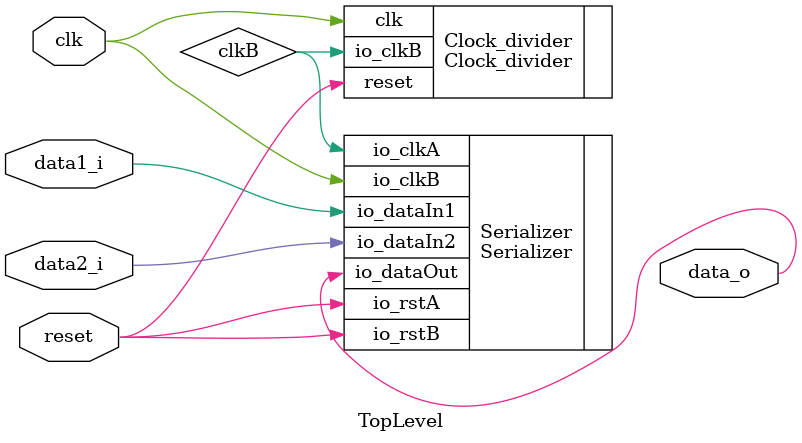
<source format=v>
module TopLevel(
  input clk,
  input reset,
  input data1_i,
  input data2_i,
  output data_o);

Clock_divider Clock_divider ( 
      .io_clkB        (clkB),
      .clk            (clk),
      .reset          (reset));

Serializer Serializer (
      .io_clkA        (clkB),
      .io_rstA        (reset),
      .io_clkB        (clk),
      .io_rstB        (reset),
      .io_dataIn1     (data1_i),
      .io_dataIn2     (data2_i),
      .io_dataOut     (data_o));
endmodule



</source>
